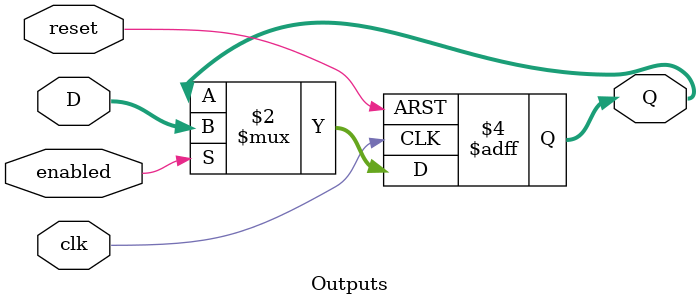
<source format=v>
module Outputs(input clk, reset, enabled, input [3:0] D, output reg [3:0] Q);

    always @ (posedge clk, posedge reset)
        if (reset)
            Q <= 4'b0000;
        else if (enabled)
            Q <= D;

endmodule

</source>
